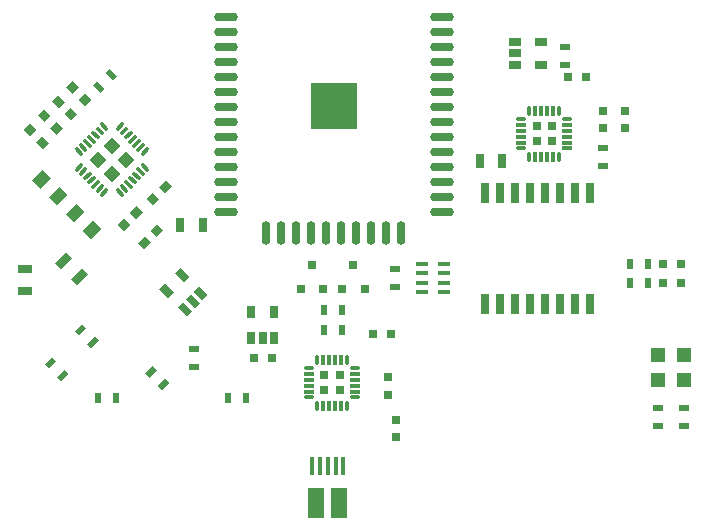
<source format=gtp>
G04 #@! TF.FileFunction,Paste,Top*
%FSLAX46Y46*%
G04 Gerber Fmt 4.6, Leading zero omitted, Abs format (unit mm)*
G04 Created by KiCad (PCBNEW 4.0.2+dfsg1-stable) date Mon 01 Oct 2018 11:39:29 PM EDT*
%MOMM*%
G01*
G04 APERTURE LIST*
%ADD10C,0.100000*%
%ADD11R,0.635000X1.778000*%
%ADD12O,2.000000X0.750000*%
%ADD13O,0.750000X2.000000*%
%ADD14R,4.000000X4.000000*%
%ADD15R,1.198880X1.198880*%
%ADD16R,0.900000X0.500000*%
%ADD17R,0.500000X0.900000*%
%ADD18R,0.700000X1.300000*%
%ADD19R,0.800100X0.800100*%
%ADD20R,0.750000X0.800000*%
%ADD21R,0.800000X0.750000*%
%ADD22R,1.300000X0.700000*%
%ADD23R,0.400000X1.650000*%
%ADD24R,1.425000X2.500000*%
%ADD25R,1.000000X0.400000*%
%ADD26R,1.060000X0.650000*%
%ADD27R,0.850000X0.300000*%
%ADD28O,0.850000X0.300000*%
%ADD29O,0.300000X0.850000*%
%ADD30R,0.300000X0.850000*%
%ADD31R,0.780000X0.780000*%
%ADD32R,0.650000X1.060000*%
%ADD33C,0.300000*%
G04 APERTURE END LIST*
D10*
D11*
X160955000Y-86059000D03*
X162225000Y-86059000D03*
X163495000Y-86059000D03*
X164765000Y-86059000D03*
X166035000Y-86059000D03*
X167305000Y-86059000D03*
X168575000Y-86059000D03*
X169845000Y-86059000D03*
X169845000Y-76661000D03*
X168575000Y-76661000D03*
X167305000Y-76661000D03*
X166035000Y-76661000D03*
X164765000Y-76661000D03*
X163495000Y-76661000D03*
X162225000Y-76661000D03*
X160955000Y-76661000D03*
D12*
X139060000Y-61730000D03*
X139060000Y-63000000D03*
X139060000Y-64270000D03*
X139060000Y-65540000D03*
X139060000Y-66810000D03*
X139060000Y-68080000D03*
X139060000Y-69350000D03*
X139060000Y-70620000D03*
X139060000Y-71890000D03*
X139060000Y-73160000D03*
X139060000Y-75700000D03*
X139060000Y-76970000D03*
X139060000Y-78240000D03*
X139060000Y-74430000D03*
D13*
X142485000Y-80010000D03*
X143755000Y-80010000D03*
X145025000Y-80010000D03*
X146295000Y-80010000D03*
X147565000Y-80010000D03*
X148835000Y-80010000D03*
X150105000Y-80010000D03*
X151375000Y-80010000D03*
X152645000Y-80010000D03*
X153915000Y-80010000D03*
D12*
X157340000Y-78240000D03*
X157340000Y-76970000D03*
X157340000Y-75700000D03*
X157340000Y-74430000D03*
X157340000Y-73160000D03*
X157340000Y-71890000D03*
X157340000Y-70620000D03*
X157340000Y-69350000D03*
X157340000Y-68080000D03*
X157340000Y-66810000D03*
X157340000Y-65540000D03*
X157340000Y-64270000D03*
X157340000Y-63000000D03*
X157340000Y-61730000D03*
D14*
X148200000Y-69250000D03*
D15*
X177800000Y-90350980D03*
X177800000Y-92449020D03*
X175600000Y-90350980D03*
X175600000Y-92449020D03*
D16*
X177800000Y-94850000D03*
X177800000Y-96350000D03*
X175600000Y-94850000D03*
X175600000Y-96350000D03*
X171000000Y-72850000D03*
X171000000Y-74350000D03*
X167800000Y-64250000D03*
X167800000Y-65750000D03*
X153400000Y-84550000D03*
X153400000Y-83050000D03*
D17*
X148850000Y-88250000D03*
X147350000Y-88250000D03*
X147350000Y-86500000D03*
X148850000Y-86500000D03*
X174750000Y-84200000D03*
X173250000Y-84200000D03*
X174750000Y-82600000D03*
X173250000Y-82600000D03*
D10*
G36*
X128401091Y-68155305D02*
X127764695Y-67518909D01*
X128118249Y-67165355D01*
X128754645Y-67801751D01*
X128401091Y-68155305D01*
X128401091Y-68155305D01*
G37*
G36*
X129461751Y-67094645D02*
X128825355Y-66458249D01*
X129178909Y-66104695D01*
X129815305Y-66741091D01*
X129461751Y-67094645D01*
X129461751Y-67094645D01*
G37*
G36*
X126254695Y-88311091D02*
X126891091Y-87674695D01*
X127244645Y-88028249D01*
X126608249Y-88664645D01*
X126254695Y-88311091D01*
X126254695Y-88311091D01*
G37*
G36*
X127315355Y-89371751D02*
X127951751Y-88735355D01*
X128305305Y-89088909D01*
X127668909Y-89725305D01*
X127315355Y-89371751D01*
X127315355Y-89371751D01*
G37*
G36*
X125517398Y-78401281D02*
X126401281Y-77517398D01*
X127108388Y-78224505D01*
X126224505Y-79108388D01*
X125517398Y-78401281D01*
X125517398Y-78401281D01*
G37*
G36*
X126931612Y-79815495D02*
X127815495Y-78931612D01*
X128522602Y-79638719D01*
X127638719Y-80522602D01*
X126931612Y-79815495D01*
X126931612Y-79815495D01*
G37*
D16*
X136330000Y-89820000D03*
X136330000Y-91320000D03*
D10*
G36*
X134245305Y-92678909D02*
X133608909Y-93315305D01*
X133255355Y-92961751D01*
X133891751Y-92325355D01*
X134245305Y-92678909D01*
X134245305Y-92678909D01*
G37*
G36*
X133184645Y-91618249D02*
X132548249Y-92254645D01*
X132194695Y-91901091D01*
X132831091Y-91264695D01*
X133184645Y-91618249D01*
X133184645Y-91618249D01*
G37*
D17*
X139250000Y-94000000D03*
X140750000Y-94000000D03*
D18*
X137070000Y-79290000D03*
X135170000Y-79290000D03*
D19*
X145400000Y-84750760D03*
X147300000Y-84750760D03*
X146350000Y-82751780D03*
X148900000Y-84750760D03*
X150800000Y-84750760D03*
X149850000Y-82751780D03*
D20*
X171000000Y-71150000D03*
X171000000Y-69650000D03*
X172800000Y-71150000D03*
X172800000Y-69650000D03*
D21*
X176050000Y-84200000D03*
X177550000Y-84200000D03*
X176050000Y-82600000D03*
X177550000Y-82600000D03*
D20*
X152750000Y-93730000D03*
X152750000Y-92230000D03*
D10*
G36*
X133948008Y-75521662D02*
X134478338Y-76051992D01*
X133912652Y-76617678D01*
X133382322Y-76087348D01*
X133948008Y-75521662D01*
X133948008Y-75521662D01*
G37*
G36*
X132887348Y-76582322D02*
X133417678Y-77112652D01*
X132851992Y-77678338D01*
X132321662Y-77148008D01*
X132887348Y-76582322D01*
X132887348Y-76582322D01*
G37*
D20*
X153440000Y-97310000D03*
X153440000Y-95810000D03*
D21*
X141440000Y-90600000D03*
X142940000Y-90600000D03*
X151500000Y-88600000D03*
X153000000Y-88600000D03*
D10*
G36*
X123121662Y-70051992D02*
X123651992Y-69521662D01*
X124217678Y-70087348D01*
X123687348Y-70617678D01*
X123121662Y-70051992D01*
X123121662Y-70051992D01*
G37*
G36*
X124182322Y-71112652D02*
X124712652Y-70582322D01*
X125278338Y-71148008D01*
X124748008Y-71678338D01*
X124182322Y-71112652D01*
X124182322Y-71112652D01*
G37*
G36*
X124321662Y-68851992D02*
X124851992Y-68321662D01*
X125417678Y-68887348D01*
X124887348Y-69417678D01*
X124321662Y-68851992D01*
X124321662Y-68851992D01*
G37*
G36*
X125382322Y-69912652D02*
X125912652Y-69382322D01*
X126478338Y-69948008D01*
X125948008Y-70478338D01*
X125382322Y-69912652D01*
X125382322Y-69912652D01*
G37*
G36*
X125521662Y-67651992D02*
X126051992Y-67121662D01*
X126617678Y-67687348D01*
X126087348Y-68217678D01*
X125521662Y-67651992D01*
X125521662Y-67651992D01*
G37*
G36*
X126582322Y-68712652D02*
X127112652Y-68182322D01*
X127678338Y-68748008D01*
X127148008Y-69278338D01*
X126582322Y-68712652D01*
X126582322Y-68712652D01*
G37*
G36*
X132131992Y-81388338D02*
X131601662Y-80858008D01*
X132167348Y-80292322D01*
X132697678Y-80822652D01*
X132131992Y-81388338D01*
X132131992Y-81388338D01*
G37*
G36*
X133192652Y-80327678D02*
X132662322Y-79797348D01*
X133228008Y-79231662D01*
X133758338Y-79761992D01*
X133192652Y-80327678D01*
X133192652Y-80327678D01*
G37*
G36*
X124078338Y-72348008D02*
X123548008Y-72878338D01*
X122982322Y-72312652D01*
X123512652Y-71782322D01*
X124078338Y-72348008D01*
X124078338Y-72348008D01*
G37*
G36*
X123017678Y-71287348D02*
X122487348Y-71817678D01*
X121921662Y-71251992D01*
X122451992Y-70721662D01*
X123017678Y-71287348D01*
X123017678Y-71287348D01*
G37*
G36*
X130381992Y-79868338D02*
X129851662Y-79338008D01*
X130417348Y-78772322D01*
X130947678Y-79302652D01*
X130381992Y-79868338D01*
X130381992Y-79868338D01*
G37*
G36*
X131442652Y-78807678D02*
X130912322Y-78277348D01*
X131478008Y-77711662D01*
X132008338Y-78241992D01*
X131442652Y-78807678D01*
X131442652Y-78807678D01*
G37*
G36*
X125662602Y-76788719D02*
X124778719Y-77672602D01*
X124071612Y-76965495D01*
X124955495Y-76081612D01*
X125662602Y-76788719D01*
X125662602Y-76788719D01*
G37*
G36*
X124248388Y-75374505D02*
X123364505Y-76258388D01*
X122657398Y-75551281D01*
X123541281Y-74667398D01*
X124248388Y-75374505D01*
X124248388Y-75374505D01*
G37*
G36*
X124621142Y-82540381D02*
X125540381Y-81621142D01*
X126035356Y-82116117D01*
X125116117Y-83035356D01*
X124621142Y-82540381D01*
X124621142Y-82540381D01*
G37*
G36*
X125964644Y-83883883D02*
X126883883Y-82964644D01*
X127378858Y-83459619D01*
X126459619Y-84378858D01*
X125964644Y-83883883D01*
X125964644Y-83883883D01*
G37*
D22*
X122000000Y-83050000D03*
X122000000Y-84950000D03*
D23*
X146380000Y-99710000D03*
X147030000Y-99710000D03*
X147679100Y-99710000D03*
X148330000Y-99710000D03*
X148980000Y-99710000D03*
D24*
X146717500Y-102835000D03*
X148642500Y-102835000D03*
D10*
G36*
X125745305Y-91918909D02*
X125108909Y-92555305D01*
X124755355Y-92201751D01*
X125391751Y-91565355D01*
X125745305Y-91918909D01*
X125745305Y-91918909D01*
G37*
G36*
X124684645Y-90858249D02*
X124048249Y-91494645D01*
X123694695Y-91141091D01*
X124331091Y-90504695D01*
X124684645Y-90858249D01*
X124684645Y-90858249D01*
G37*
D17*
X128250000Y-94000000D03*
X129750000Y-94000000D03*
D25*
X155670000Y-82600000D03*
X155670000Y-83400000D03*
X155670000Y-84200000D03*
X155670000Y-85000000D03*
X157530000Y-85000000D03*
X157530000Y-84200000D03*
X157530000Y-83400000D03*
X157530000Y-82600000D03*
D26*
X163500000Y-63850000D03*
X163500000Y-64800000D03*
X163500000Y-65750000D03*
X165700000Y-65750000D03*
X165700000Y-63850000D03*
D27*
X167950000Y-72850000D03*
X167950000Y-72350000D03*
X167950000Y-71850000D03*
X167950000Y-71350000D03*
X167950000Y-70850000D03*
D28*
X167950000Y-70350000D03*
D29*
X167250000Y-69650000D03*
D30*
X166750000Y-69650000D03*
X166250000Y-69650000D03*
X165750000Y-69650000D03*
X165250000Y-69650000D03*
D29*
X164750000Y-69650000D03*
D28*
X164050000Y-70350000D03*
D27*
X164050000Y-70850000D03*
X164050000Y-71350000D03*
X164050000Y-71850000D03*
X164050000Y-72350000D03*
D28*
X164050000Y-72850000D03*
D29*
X164750000Y-73550000D03*
D30*
X165250000Y-73550000D03*
X165750000Y-73550000D03*
X166250000Y-73550000D03*
X166750000Y-73550000D03*
D29*
X167250000Y-73550000D03*
D31*
X165350000Y-70950000D03*
X165350000Y-72250000D03*
X166650000Y-70950000D03*
X166650000Y-72250000D03*
D32*
X141210000Y-88910000D03*
X142160000Y-88910000D03*
X143110000Y-88910000D03*
X143110000Y-86710000D03*
X141210000Y-86710000D03*
D33*
X126412474Y-74666205D02*
X126801382Y-74277297D01*
X126766028Y-75019759D02*
X127154936Y-74630851D01*
X127119581Y-75373312D02*
X127508489Y-74984404D01*
X127473134Y-75726866D02*
X127862042Y-75337958D01*
X127826688Y-76080419D02*
X128215596Y-75691511D01*
X128180241Y-76433972D02*
X128569149Y-76045064D01*
X128533795Y-76787526D02*
X128922703Y-76398618D01*
X130266205Y-76787526D02*
X129877297Y-76398618D01*
X130619759Y-76433972D02*
X130230851Y-76045064D01*
X130973312Y-76080419D02*
X130584404Y-75691511D01*
X131326866Y-75726866D02*
X130937958Y-75337958D01*
X131680419Y-75373312D02*
X131291511Y-74984404D01*
X132033972Y-75019759D02*
X131645064Y-74630851D01*
X132387526Y-74666205D02*
X131998618Y-74277297D01*
X131998618Y-73322703D02*
X132387526Y-72933795D01*
X131645064Y-72969149D02*
X132033972Y-72580241D01*
X131291511Y-72615596D02*
X131680419Y-72226688D01*
X130937958Y-72262042D02*
X131326866Y-71873134D01*
X130584404Y-71908489D02*
X130973312Y-71519581D01*
X130230851Y-71554936D02*
X130619759Y-71166028D01*
X129877297Y-71201382D02*
X130266205Y-70812474D01*
X128922703Y-71201382D02*
X128533795Y-70812474D01*
X128569149Y-71554936D02*
X128180241Y-71166028D01*
X128215596Y-71908489D02*
X127826688Y-71519581D01*
X127862042Y-72262042D02*
X127473134Y-71873134D01*
X127508489Y-72615596D02*
X127119581Y-72226688D01*
X127154936Y-72969149D02*
X126766028Y-72580241D01*
X126801382Y-73322703D02*
X126412474Y-72933795D01*
D10*
G36*
X130584404Y-74510642D02*
X129873762Y-73800000D01*
X130584404Y-73089358D01*
X131295046Y-73800000D01*
X130584404Y-74510642D01*
X130584404Y-74510642D01*
G37*
G36*
X129400000Y-73326238D02*
X128689358Y-72615596D01*
X129400000Y-71904954D01*
X130110642Y-72615596D01*
X129400000Y-73326238D01*
X129400000Y-73326238D01*
G37*
G36*
X129400000Y-75695046D02*
X128689358Y-74984404D01*
X129400000Y-74273762D01*
X130110642Y-74984404D01*
X129400000Y-75695046D01*
X129400000Y-75695046D01*
G37*
G36*
X128215596Y-74510642D02*
X127504954Y-73800000D01*
X128215596Y-73089358D01*
X128926238Y-73800000D01*
X128215596Y-74510642D01*
X128215596Y-74510642D01*
G37*
G36*
X136180642Y-86594526D02*
X135721023Y-87054145D01*
X134971490Y-86304612D01*
X135431109Y-85844993D01*
X136180642Y-86594526D01*
X136180642Y-86594526D01*
G37*
G36*
X136852393Y-85922774D02*
X136392774Y-86382393D01*
X135643241Y-85632860D01*
X136102860Y-85173241D01*
X136852393Y-85922774D01*
X136852393Y-85922774D01*
G37*
G36*
X137524145Y-85251023D02*
X137064526Y-85710642D01*
X136314993Y-84961109D01*
X136774612Y-84501490D01*
X137524145Y-85251023D01*
X137524145Y-85251023D01*
G37*
G36*
X135968510Y-83695388D02*
X135508891Y-84155007D01*
X134759358Y-83405474D01*
X135218977Y-82945855D01*
X135968510Y-83695388D01*
X135968510Y-83695388D01*
G37*
G36*
X134625007Y-85038891D02*
X134165388Y-85498510D01*
X133415855Y-84748977D01*
X133875474Y-84289358D01*
X134625007Y-85038891D01*
X134625007Y-85038891D01*
G37*
D29*
X146790000Y-94630000D03*
D30*
X147290000Y-94630000D03*
X147790000Y-94630000D03*
X148290000Y-94630000D03*
X148790000Y-94630000D03*
D29*
X149290000Y-94630000D03*
D28*
X149990000Y-93930000D03*
D27*
X149990000Y-93430000D03*
X149990000Y-92930000D03*
X149990000Y-92430000D03*
X149990000Y-91930000D03*
D28*
X149990000Y-91430000D03*
D29*
X149290000Y-90730000D03*
D30*
X148790000Y-90730000D03*
X148290000Y-90730000D03*
X147790000Y-90730000D03*
X147290000Y-90730000D03*
D29*
X146790000Y-90730000D03*
D28*
X146090000Y-91430000D03*
D27*
X146090000Y-91930000D03*
X146090000Y-92430000D03*
X146090000Y-92930000D03*
X146090000Y-93430000D03*
D28*
X146090000Y-93930000D03*
D31*
X148690000Y-92030000D03*
X147390000Y-92030000D03*
X148690000Y-93330000D03*
X147390000Y-93330000D03*
D18*
X160530000Y-73900000D03*
X162430000Y-73900000D03*
D21*
X168010000Y-66810000D03*
X169510000Y-66810000D03*
M02*

</source>
